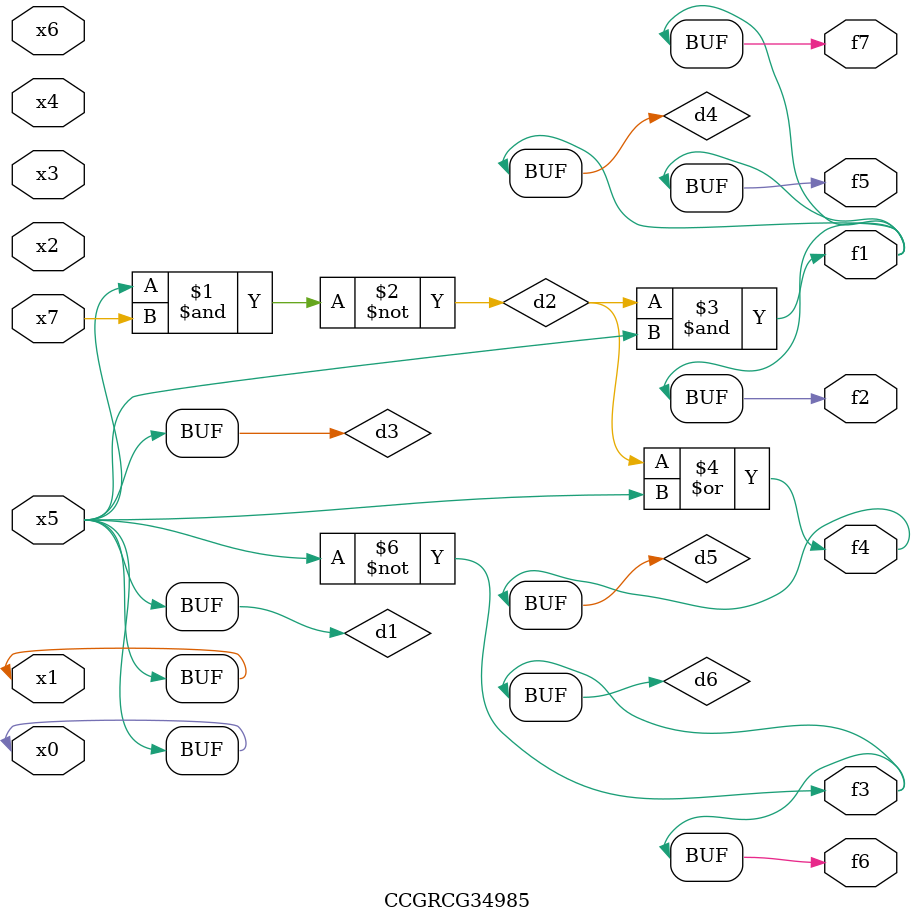
<source format=v>
module CCGRCG34985(
	input x0, x1, x2, x3, x4, x5, x6, x7,
	output f1, f2, f3, f4, f5, f6, f7
);

	wire d1, d2, d3, d4, d5, d6;

	buf (d1, x0, x5);
	nand (d2, x5, x7);
	buf (d3, x0, x1);
	and (d4, d2, d3);
	or (d5, d2, d3);
	nor (d6, d1, d3);
	assign f1 = d4;
	assign f2 = d4;
	assign f3 = d6;
	assign f4 = d5;
	assign f5 = d4;
	assign f6 = d6;
	assign f7 = d4;
endmodule

</source>
